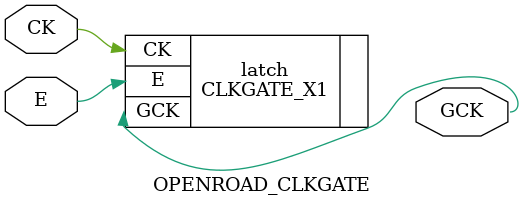
<source format=v>
module OPENROAD_CLKGATE (CK, E, GCK);
  input CK;
  input E;
  output GCK;

CLKGATE_X1 latch (.CK (CK), .E(E), .GCK(GCK));

endmodule

</source>
